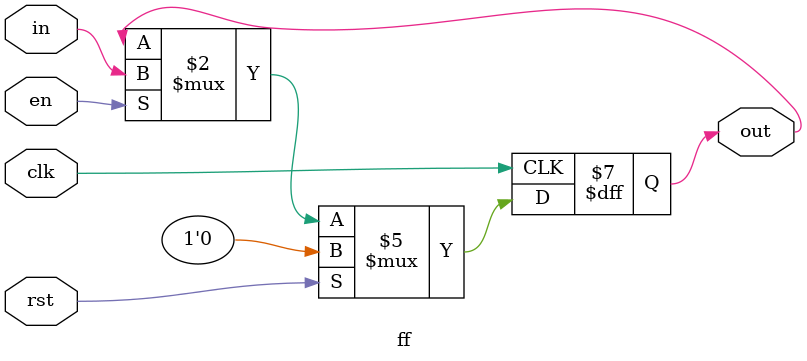
<source format=v>
`timescale 1ns/1ns;

module ff(clk, rst, in, en, out);

	input clk, rst, in, en;
	output out;

	wire clk, rst, in, en;
	reg out;

	always @(posedge clk) begin
		if(rst)
			out <= 1'b0;
		else if(en)
			out <= in;		

	end

endmodule


</source>
